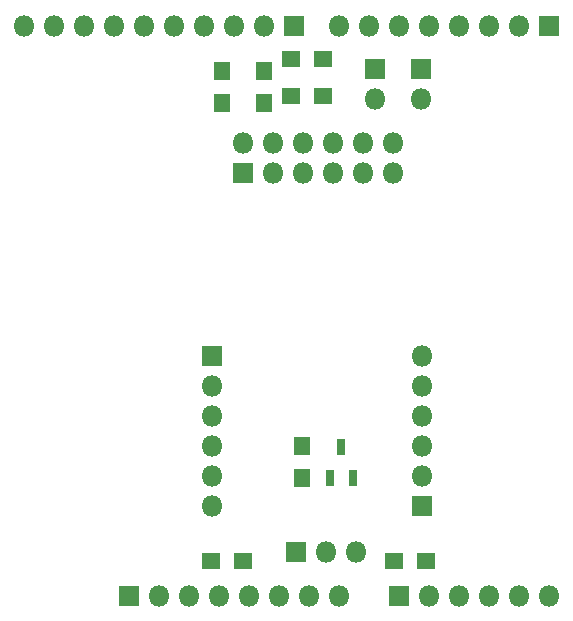
<source format=gts>
G04 #@! TF.GenerationSoftware,KiCad,Pcbnew,5.1.5*
G04 #@! TF.CreationDate,2020-04-17T15:56:53+02:00*
G04 #@! TF.ProjectId,rpi_mrf_radio_shield,7270695f-6d72-4665-9f72-6164696f5f73,rev?*
G04 #@! TF.SameCoordinates,Original*
G04 #@! TF.FileFunction,Soldermask,Top*
G04 #@! TF.FilePolarity,Negative*
%FSLAX46Y46*%
G04 Gerber Fmt 4.6, Leading zero omitted, Abs format (unit mm)*
G04 Created by KiCad (PCBNEW 5.1.5) date 2020-04-17 15:56:53*
%MOMM*%
%LPD*%
G04 APERTURE LIST*
%ADD10R,1.801600X1.801600*%
%ADD11O,1.801600X1.801600*%
%ADD12R,0.751600X1.321600*%
%ADD13R,1.601600X1.401600*%
%ADD14R,1.401600X1.601600*%
G04 APERTURE END LIST*
D10*
X162001100Y-136113600D03*
D11*
X164541100Y-136113600D03*
X167081100Y-136113600D03*
X169621100Y-136113600D03*
X172161100Y-136113600D03*
X174701100Y-136113600D03*
D10*
X146176900Y-115793600D03*
D11*
X146176900Y-118333600D03*
X146176900Y-120873600D03*
X146176900Y-123413600D03*
X146176900Y-125953600D03*
X146176900Y-128493600D03*
X163956900Y-115793600D03*
X163956900Y-118333600D03*
X163956900Y-120873600D03*
X163956900Y-123413600D03*
X163956900Y-125953600D03*
D10*
X163956900Y-128493600D03*
D12*
X156145100Y-126120600D03*
X158045100Y-126120600D03*
X157095100Y-123500600D03*
D13*
X164287100Y-133192600D03*
X161587100Y-133192600D03*
D11*
X159969100Y-94076600D03*
D10*
X159969100Y-91536600D03*
D13*
X155524100Y-93822600D03*
X152824100Y-93822600D03*
X155524100Y-90647600D03*
X152824100Y-90647600D03*
D14*
X153793100Y-123460600D03*
X153793100Y-126160600D03*
X150571100Y-91710600D03*
X150571100Y-94410600D03*
X147015100Y-94410600D03*
X147015100Y-91710600D03*
D10*
X139141100Y-136113600D03*
D11*
X141681100Y-136113600D03*
X144221100Y-136113600D03*
X146761100Y-136113600D03*
X149301100Y-136113600D03*
X151841100Y-136113600D03*
X154381100Y-136113600D03*
X156921100Y-136113600D03*
D10*
X153111100Y-87853600D03*
D11*
X150571100Y-87853600D03*
X148031100Y-87853600D03*
X145491100Y-87853600D03*
X142951100Y-87853600D03*
X140411100Y-87853600D03*
X137871100Y-87853600D03*
X135331100Y-87853600D03*
X132791100Y-87853600D03*
X130251100Y-87853600D03*
D10*
X174701100Y-87853600D03*
D11*
X172161100Y-87853600D03*
X169621100Y-87853600D03*
X167081100Y-87853600D03*
X164541100Y-87853600D03*
X162001100Y-87853600D03*
X159461100Y-87853600D03*
X156921100Y-87853600D03*
D10*
X148729600Y-100299600D03*
D11*
X148729600Y-97759600D03*
X151269600Y-100299600D03*
X151269600Y-97759600D03*
X153809600Y-100299600D03*
X153809600Y-97759600D03*
X156349600Y-100299600D03*
X156349600Y-97759600D03*
X158889600Y-100299600D03*
X158889600Y-97759600D03*
X161429600Y-100299600D03*
X161429600Y-97759600D03*
X163829900Y-94076600D03*
D10*
X163829900Y-91536600D03*
D13*
X146093100Y-133192600D03*
X148793100Y-133192600D03*
D10*
X153285100Y-132430600D03*
D11*
X155825100Y-132430600D03*
X158365100Y-132430600D03*
M02*

</source>
